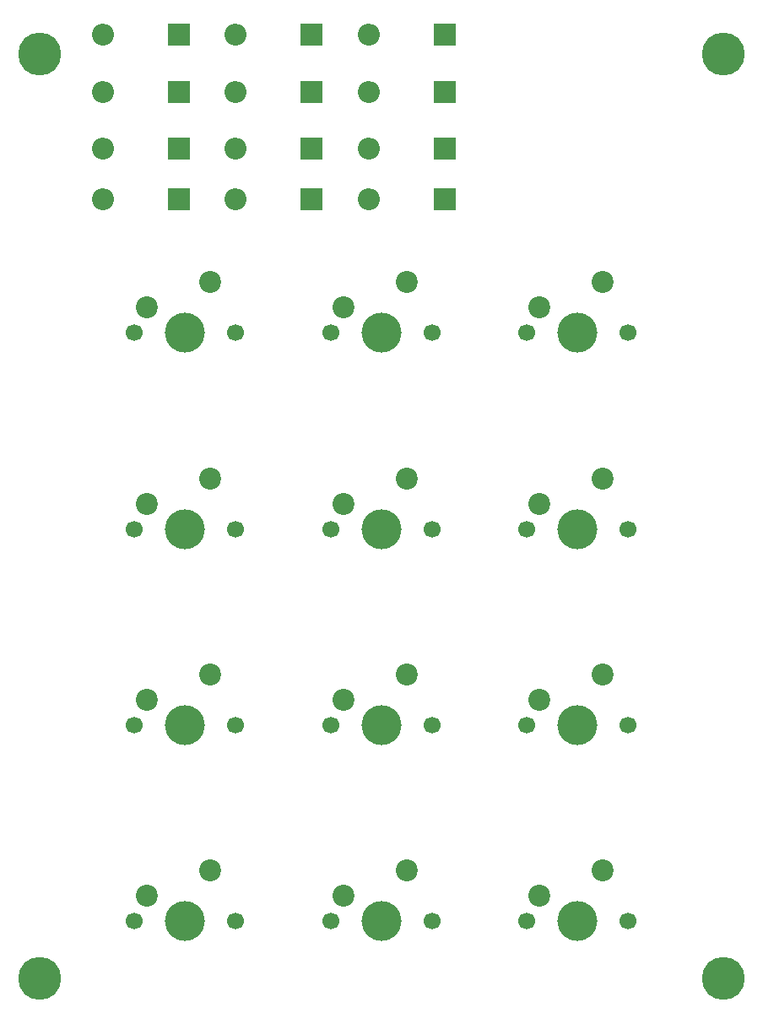
<source format=gbr>
%TF.GenerationSoftware,KiCad,Pcbnew,(5.1.9-0-10_14)*%
%TF.CreationDate,2021-03-18T20:01:27-04:00*%
%TF.ProjectId,T9_Cad,54395f43-6164-42e6-9b69-6361645f7063,rev?*%
%TF.SameCoordinates,Original*%
%TF.FileFunction,Soldermask,Bot*%
%TF.FilePolarity,Negative*%
%FSLAX46Y46*%
G04 Gerber Fmt 4.6, Leading zero omitted, Abs format (unit mm)*
G04 Created by KiCad (PCBNEW (5.1.9-0-10_14)) date 2021-03-18 20:01:27*
%MOMM*%
%LPD*%
G01*
G04 APERTURE LIST*
%ADD10R,2.200000X2.200000*%
%ADD11O,2.200000X2.200000*%
%ADD12C,2.200000*%
%ADD13C,4.000000*%
%ADD14C,1.700000*%
%ADD15C,4.300000*%
G04 APERTURE END LIST*
D10*
%TO.C,D1*%
X147955000Y-46990000D03*
D11*
X140335000Y-46990000D03*
%TD*%
%TO.C,D2*%
X140335000Y-52705000D03*
D10*
X147955000Y-52705000D03*
%TD*%
%TO.C,D3*%
X147955000Y-58420000D03*
D11*
X140335000Y-58420000D03*
%TD*%
%TO.C,D4*%
X140335000Y-63500000D03*
D10*
X147955000Y-63500000D03*
%TD*%
D11*
%TO.C,D5*%
X153670000Y-46990000D03*
D10*
X161290000Y-46990000D03*
%TD*%
D11*
%TO.C,D6*%
X153670000Y-52705000D03*
D10*
X161290000Y-52705000D03*
%TD*%
D11*
%TO.C,D7*%
X153670000Y-58420000D03*
D10*
X161290000Y-58420000D03*
%TD*%
%TO.C,D8*%
X161290000Y-63500000D03*
D11*
X153670000Y-63500000D03*
%TD*%
D10*
%TO.C,D9*%
X174625000Y-46990000D03*
D11*
X167005000Y-46990000D03*
%TD*%
%TO.C,D10*%
X167005000Y-52705000D03*
D10*
X174625000Y-52705000D03*
%TD*%
%TO.C,D11*%
X174625000Y-58420000D03*
D11*
X167005000Y-58420000D03*
%TD*%
%TO.C,D12*%
X167005000Y-63500000D03*
D10*
X174625000Y-63500000D03*
%TD*%
D12*
%TO.C,SW1*%
X151130000Y-71755000D03*
X144780000Y-74295000D03*
D13*
X148590000Y-76835000D03*
D14*
X143510000Y-76835000D03*
X153670000Y-76835000D03*
%TD*%
%TO.C,SW2*%
X153670000Y-96595001D03*
X143510000Y-96595001D03*
D13*
X148590000Y-96595001D03*
D12*
X144780000Y-94055001D03*
X151130000Y-91515001D03*
%TD*%
%TO.C,SW3*%
X151130000Y-111125000D03*
X144780000Y-113665000D03*
D13*
X148590000Y-116205000D03*
D14*
X143510000Y-116205000D03*
X153670000Y-116205000D03*
%TD*%
%TO.C,SW4*%
X153670000Y-135890000D03*
X143510000Y-135890000D03*
D13*
X148590000Y-135890000D03*
D12*
X144780000Y-133350000D03*
X151130000Y-130810000D03*
%TD*%
D14*
%TO.C,SW5*%
X173355000Y-76835000D03*
X163195000Y-76835000D03*
D13*
X168275000Y-76835000D03*
D12*
X164465000Y-74295000D03*
X170815000Y-71755000D03*
%TD*%
%TO.C,SW6*%
X170815000Y-91515001D03*
X164465000Y-94055001D03*
D13*
X168275000Y-96595001D03*
D14*
X163195000Y-96595001D03*
X173355000Y-96595001D03*
%TD*%
%TO.C,SW7*%
X173355000Y-116205000D03*
X163195000Y-116205000D03*
D13*
X168275000Y-116205000D03*
D12*
X164465000Y-113665000D03*
X170815000Y-111125000D03*
%TD*%
%TO.C,SW8*%
X170815000Y-130810000D03*
X164465000Y-133350000D03*
D13*
X168275000Y-135890000D03*
D14*
X163195000Y-135890000D03*
X173355000Y-135890000D03*
%TD*%
D12*
%TO.C,SW9*%
X190500000Y-71755000D03*
X184150000Y-74295000D03*
D13*
X187960000Y-76835000D03*
D14*
X182880000Y-76835000D03*
X193040000Y-76835000D03*
%TD*%
%TO.C,SW10*%
X193040000Y-96595001D03*
X182880000Y-96595001D03*
D13*
X187960000Y-96595001D03*
D12*
X184150000Y-94055001D03*
X190500000Y-91515001D03*
%TD*%
%TO.C,SW11*%
X190500000Y-111125000D03*
X184150000Y-113665000D03*
D13*
X187960000Y-116205000D03*
D14*
X182880000Y-116205000D03*
X193040000Y-116205000D03*
%TD*%
%TO.C,SW12*%
X193040000Y-135890000D03*
X182880000Y-135890000D03*
D13*
X187960000Y-135890000D03*
D12*
X184150000Y-133350000D03*
X190500000Y-130810000D03*
%TD*%
D15*
%TO.C,H1*%
X133985000Y-48895000D03*
%TD*%
%TO.C,H2*%
X133985000Y-141605000D03*
%TD*%
%TO.C,H3*%
X202565000Y-48895000D03*
%TD*%
%TO.C,H4*%
X202565000Y-141605000D03*
%TD*%
M02*

</source>
